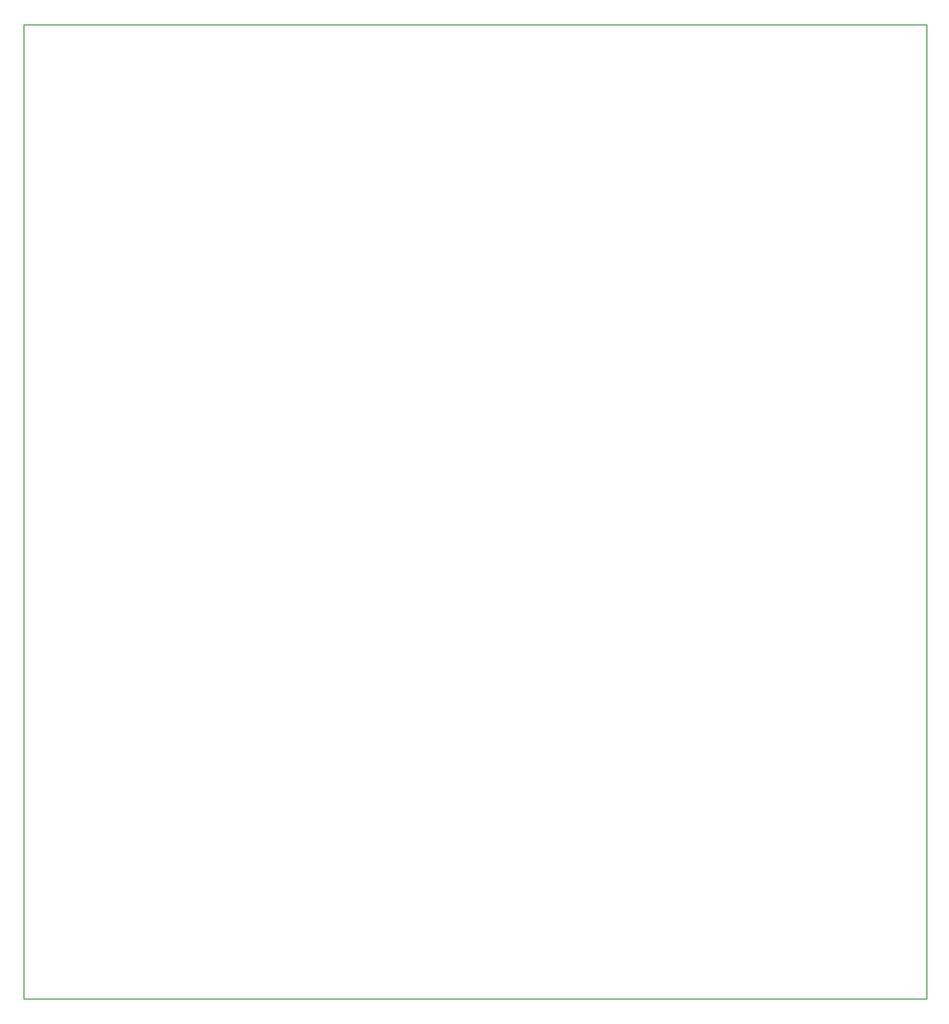
<source format=gbr>
%TF.GenerationSoftware,KiCad,Pcbnew,7.0.5*%
%TF.CreationDate,2023-12-05T21:06:27-03:00*%
%TF.ProjectId,Telemetria_Hardware,54656c65-6d65-4747-9269-615f48617264,rev?*%
%TF.SameCoordinates,Original*%
%TF.FileFunction,Glue,Top*%
%TF.FilePolarity,Positive*%
%FSLAX46Y46*%
G04 Gerber Fmt 4.6, Leading zero omitted, Abs format (unit mm)*
G04 Created by KiCad (PCBNEW 7.0.5) date 2023-12-05 21:06:27*
%MOMM*%
%LPD*%
G01*
G04 APERTURE LIST*
%TA.AperFunction,Profile*%
%ADD10C,0.100000*%
%TD*%
G04 APERTURE END LIST*
D10*
X149860000Y-45720000D02*
X68580000Y-45720000D01*
X68580000Y-45720000D02*
X68580000Y-133350000D01*
X68580000Y-133350000D02*
X149860000Y-133350000D01*
X149860000Y-133350000D02*
X149860000Y-45720000D01*
M02*

</source>
